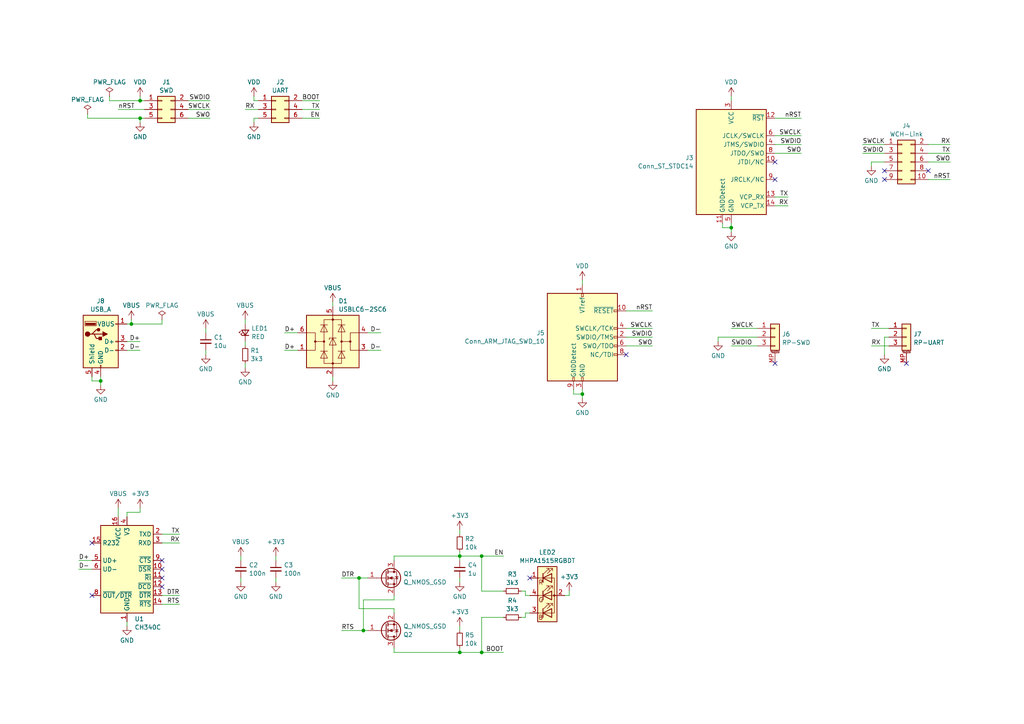
<source format=kicad_sch>
(kicad_sch (version 20230121) (generator eeschema)
  (paper "A4")
  (lib_symbols
    (symbol "Connector:Conn_ARM_JTAG_SWD_10" (pin_names (offset 1.016))
      (property "Reference" "J" (at -2.54 16.51 0))
      (property "Value" "Conn_ARM_JTAG_SWD_10" (at -2.54 13.97 0))
      (symbol "Conn_ARM_JTAG_SWD_10_0_1"
        (rectangle (start -10.16 12.7) (end 10.16 -12.7) (stroke (width 0.254)) (fill (type background)))
        (rectangle (start -2.794 -12.7) (end -2.286 -11.684))
        (rectangle (start -0.254 -12.7) (end 0.254 -11.684))
        (rectangle (start -0.254 12.7) (end 0.254 11.684))
        (rectangle (start 9.144 2.286) (end 10.16 2.794))
        (rectangle (start 10.16 -2.794) (end 9.144 -2.286))
        (rectangle (start 10.16 -0.254) (end 9.144 0.254))
        (rectangle (start 10.16 7.874) (end 9.144 7.366))
      )
      (symbol "Conn_ARM_JTAG_SWD_10_1_1"
        (rectangle (start 9.144 -5.334) (end 10.16 -4.826))
        (pin power_in line (at 0 15.24 270) (length 2.54) (name "VTref") (number "1"))
        (pin open_collector line (at 12.7 7.62 180) (length 2.54) (name "~{RESET}") (number "10"))
        (pin bidirectional line (at 12.7 0 180) (length 2.54) (name "SWDIO/TMS") (number "2"))
        (pin power_in line (at 0 -15.24 90) (length 2.54) (name "GND") (number "3"))
        (pin output line (at 12.7 2.54 180) (length 2.54) (name "SWCLK/TCK") (number "4"))
        (pin passive line (at 0 -15.24 90) (length 2.54) hide (name "GND") (number "5"))
        (pin input line (at 12.7 -2.54 180) (length 2.54) (name "SWO/TDO") (number "6"))
        (pin no_connect line (at -10.16 0 0) (length 2.54) hide (name "KEY") (number "7"))
        (pin output line (at 12.7 -5.08 180) (length 2.54) (name "NC/TDI") (number "8"))
        (pin passive line (at -2.54 -15.24 90) (length 2.54) (name "GNDDetect") (number "9"))
      )
    )
    (symbol "Connector:Conn_ST_STDC14"
      (property "Reference" "J" (at -8.89 16.51 0))
      (property "Value" "Conn_ST_STDC14" (at 17.78 16.51 0))
      (symbol "Conn_ST_STDC14_0_1"
        (rectangle (start -10.16 15.24) (end 10.16 -15.24) (stroke (width 0.254)) (fill (type background)))
      )
      (symbol "Conn_ST_STDC14_1_1"
        (pin no_connect line (at -10.16 5.08 0) (length 2.54) hide (name "NC") (number "1"))
        (pin output line (at 12.7 0 180) (length 2.54) (name "JTDI/NC") (number "10"))
        (pin passive line (at -2.54 -17.78 90) (length 2.54) (name "GNDDetect") (number "11"))
        (pin open_collector line (at 12.7 12.7 180) (length 2.54) (name "~{RST}") (number "12"))
        (pin output line (at 12.7 -10.16 180) (length 2.54) (name "VCP_RX") (number "13"))
        (pin input line (at 12.7 -12.7 180) (length 2.54) (name "VCP_TX") (number "14"))
        (pin no_connect line (at -10.16 2.54 0) (length 2.54) hide (name "NC") (number "2"))
        (pin power_in line (at 0 17.78 270) (length 2.54) (name "VCC") (number "3"))
        (pin bidirectional line (at 12.7 5.08 180) (length 2.54) (name "JTMS/SWDIO") (number "4"))
        (pin power_in line (at 0 -17.78 90) (length 2.54) (name "GND") (number "5"))
        (pin output line (at 12.7 7.62 180) (length 2.54) (name "JCLK/SWCLK") (number "6"))
        (pin passive line (at 0 -17.78 90) (length 2.54) hide (name "GND") (number "7"))
        (pin input line (at 12.7 2.54 180) (length 2.54) (name "JTDO/SWO") (number "8"))
        (pin input line (at 12.7 -5.08 180) (length 2.54) (name "JRCLK/NC") (number "9"))
      )
    )
    (symbol "Connector:USB_A" (pin_names (offset 1.016))
      (property "Reference" "J" (at -5.08 11.43 0))
      (property "Value" "USB_A" (at -5.08 8.89 0))
      (symbol "USB_A_0_1"
        (rectangle (start -5.08 -7.62) (end 5.08 7.62) (stroke (width 0.254)) (fill (type background)))
        (circle (center -3.81 2.159) (radius 0.635) (stroke (width 0.254)) (fill (type outline)))
        (rectangle (start -1.524 4.826) (end -4.318 5.334) (fill (type outline)))
        (rectangle (start -1.27 4.572) (end -4.572 5.842))
        (circle (center -0.635 3.429) (radius 0.381) (stroke (width 0.254)) (fill (type outline)))
        (rectangle (start -0.127 -7.62) (end 0.127 -6.858))
        (polyline (pts (xy -3.175 2.159) (xy -2.54 2.159) (xy -1.27 3.429) (xy -0.635 3.429)) (stroke (width 0.254)))
        (polyline (pts (xy -2.54 2.159) (xy -1.905 2.159) (xy -1.27 0.889) (xy 0 0.889)) (stroke (width 0.254)))
        (polyline (pts (xy 0.635 2.794) (xy 0.635 1.524) (xy 1.905 2.159) (xy 0.635 2.794)) (stroke (width 0.254)) (fill (type outline)))
        (rectangle (start 0.254 1.27) (end -0.508 0.508) (stroke (width 0.254)) (fill (type outline)))
        (rectangle (start 5.08 -2.667) (end 4.318 -2.413))
        (rectangle (start 5.08 -0.127) (end 4.318 0.127))
        (rectangle (start 5.08 4.953) (end 4.318 5.207))
      )
      (symbol "USB_A_1_1"
        (polyline (pts (xy -1.905 2.159) (xy 0.635 2.159)) (stroke (width 0.254)))
        (pin power_in line (at 7.62 5.08 180) (length 2.54) (name "VBUS") (number "1"))
        (pin bidirectional line (at 7.62 -2.54 180) (length 2.54) (name "D-") (number "2"))
        (pin bidirectional line (at 7.62 0 180) (length 2.54) (name "D+") (number "3"))
        (pin power_in line (at 0 -10.16 90) (length 2.54) (name "GND") (number "4"))
        (pin passive line (at -2.54 -10.16 90) (length 2.54) (name "Shield") (number "5"))
      )
    )
    (symbol "Connector_Generic:Conn_02x03_Odd_Even" (pin_names (offset 1.016) hide)
      (property "Reference" "J" (at 1.27 5.08 0))
      (property "Value" "Conn_02x03_Odd_Even" (at 1.27 -5.08 0))
      (symbol "Conn_02x03_Odd_Even_1_1"
        (rectangle (start -1.27 -2.413) (end 0 -2.667) (stroke (width 0.1524)))
        (rectangle (start -1.27 0.127) (end 0 -0.127) (stroke (width 0.1524)))
        (rectangle (start -1.27 2.667) (end 0 2.413) (stroke (width 0.1524)))
        (rectangle (start -1.27 3.81) (end 3.81 -3.81) (stroke (width 0.254)) (fill (type background)))
        (rectangle (start 3.81 -2.413) (end 2.54 -2.667) (stroke (width 0.1524)))
        (rectangle (start 3.81 0.127) (end 2.54 -0.127) (stroke (width 0.1524)))
        (rectangle (start 3.81 2.667) (end 2.54 2.413) (stroke (width 0.1524)))
        (pin passive line (at -5.08 2.54 0) (length 3.81) (name "Pin_1") (number "1"))
        (pin passive line (at 7.62 2.54 180) (length 3.81) (name "Pin_2") (number "2"))
        (pin passive line (at -5.08 0 0) (length 3.81) (name "Pin_3") (number "3"))
        (pin passive line (at 7.62 0 180) (length 3.81) (name "Pin_4") (number "4"))
        (pin passive line (at -5.08 -2.54 0) (length 3.81) (name "Pin_5") (number "5"))
        (pin passive line (at 7.62 -2.54 180) (length 3.81) (name "Pin_6") (number "6"))
      )
    )
    (symbol "Connector_Generic:Conn_02x05_Odd_Even" (pin_names (offset 1.016) hide)
      (property "Reference" "J" (at 1.27 7.62 0))
      (property "Value" "Conn_02x05_Odd_Even" (at 1.27 -7.62 0))
      (symbol "Conn_02x05_Odd_Even_1_1"
        (rectangle (start -1.27 -4.953) (end 0 -5.207) (stroke (width 0.1524)))
        (rectangle (start -1.27 -2.413) (end 0 -2.667) (stroke (width 0.1524)))
        (rectangle (start -1.27 0.127) (end 0 -0.127) (stroke (width 0.1524)))
        (rectangle (start -1.27 2.667) (end 0 2.413) (stroke (width 0.1524)))
        (rectangle (start -1.27 5.207) (end 0 4.953) (stroke (width 0.1524)))
        (rectangle (start -1.27 6.35) (end 3.81 -6.35) (stroke (width 0.254)) (fill (type background)))
        (rectangle (start 3.81 -4.953) (end 2.54 -5.207) (stroke (width 0.1524)))
        (rectangle (start 3.81 -2.413) (end 2.54 -2.667) (stroke (width 0.1524)))
        (rectangle (start 3.81 0.127) (end 2.54 -0.127) (stroke (width 0.1524)))
        (rectangle (start 3.81 2.667) (end 2.54 2.413) (stroke (width 0.1524)))
        (rectangle (start 3.81 5.207) (end 2.54 4.953) (stroke (width 0.1524)))
        (pin passive line (at -5.08 5.08 0) (length 3.81) (name "Pin_1") (number "1"))
        (pin passive line (at 7.62 -5.08 180) (length 3.81) (name "Pin_10") (number "10"))
        (pin passive line (at 7.62 5.08 180) (length 3.81) (name "Pin_2") (number "2"))
        (pin passive line (at -5.08 2.54 0) (length 3.81) (name "Pin_3") (number "3"))
        (pin passive line (at 7.62 2.54 180) (length 3.81) (name "Pin_4") (number "4"))
        (pin passive line (at -5.08 0 0) (length 3.81) (name "Pin_5") (number "5"))
        (pin passive line (at 7.62 0 180) (length 3.81) (name "Pin_6") (number "6"))
        (pin passive line (at -5.08 -2.54 0) (length 3.81) (name "Pin_7") (number "7"))
        (pin passive line (at 7.62 -2.54 180) (length 3.81) (name "Pin_8") (number "8"))
        (pin passive line (at -5.08 -5.08 0) (length 3.81) (name "Pin_9") (number "9"))
      )
    )
    (symbol "Connector_Generic_MountingPin:Conn_01x03_MountingPin" (pin_names (offset 1.016) hide)
      (property "Reference" "J" (at 0 5.08 0))
      (property "Value" "Conn_01x03_MountingPin" (at 1.27 -5.08 0))
      (symbol "Conn_01x03_MountingPin_1_1"
        (rectangle (start -1.27 -2.413) (end 0 -2.667) (stroke (width 0.1524)))
        (rectangle (start -1.27 0.127) (end 0 -0.127) (stroke (width 0.1524)))
        (rectangle (start -1.27 2.667) (end 0 2.413) (stroke (width 0.1524)))
        (rectangle (start -1.27 3.81) (end 1.27 -3.81) (stroke (width 0.254)) (fill (type background)))
        (polyline (pts (xy -1.016 -4.572) (xy 1.016 -4.572)) (stroke (width 0.1524)))
        (text "Mounting" (at 0 -4.191 0) (effects (font (size 0.381 0.381))))
        (pin passive line (at -5.08 2.54 0) (length 3.81) (name "Pin_1") (number "1"))
        (pin passive line (at -5.08 0 0) (length 3.81) (name "Pin_2") (number "2"))
        (pin passive line (at -5.08 -2.54 0) (length 3.81) (name "Pin_3") (number "3"))
        (pin passive line (at 0 -7.62 90) (length 3.048) (name "MountPin") (number "MP"))
      )
    )
    (symbol "Device:C_Small" (pin_numbers hide) (pin_names (offset 0.254) hide)
      (property "Reference" "C" (at 0.254 1.778 0))
      (property "Value" "C_Small" (at 0.254 -2.032 0))
      (symbol "C_Small_0_1"
        (polyline (pts (xy -1.524 -0.508) (xy 1.524 -0.508)) (stroke (width 0.3302)))
        (polyline (pts (xy -1.524 0.508) (xy 1.524 0.508)) (stroke (width 0.3048)))
      )
      (symbol "C_Small_1_1"
        (pin passive line (at 0 2.54 270) (length 2.032) (name "~") (number "1"))
        (pin passive line (at 0 -2.54 90) (length 2.032) (name "~") (number "2"))
      )
    )
    (symbol "Device:LED_RABG" (pin_names (offset 0) hide)
      (property "Reference" "D" (at 0 9.398 0))
      (property "Value" "LED_RABG" (at 0 -8.89 0))
      (symbol "LED_RABG_0_0"
        (text "B" (at -1.905 -6.35 0) (effects (font (size 1.27 1.27))))
        (text "G" (at -1.905 -1.27 0) (effects (font (size 1.27 1.27))))
        (text "R" (at -1.905 3.81 0) (effects (font (size 1.27 1.27))))
      )
      (symbol "LED_RABG_0_1"
        (polyline (pts (xy -1.27 -5.08) (xy -2.54 -5.08)))
        (polyline (pts (xy -1.27 -5.08) (xy 1.27 -5.08)))
        (polyline (pts (xy -1.27 -3.81) (xy -1.27 -6.35)) (stroke (width 0.254)))
        (polyline (pts (xy -1.27 0) (xy -2.54 0)))
        (polyline (pts (xy -1.27 1.27) (xy -1.27 -1.27)) (stroke (width 0.254)))
        (polyline (pts (xy -1.27 5.08) (xy -2.54 5.08)))
        (polyline (pts (xy -1.27 5.08) (xy 1.27 5.08)))
        (polyline (pts (xy -1.27 6.35) (xy -1.27 3.81)) (stroke (width 0.254)))
        (polyline (pts (xy 1.27 0) (xy -1.27 0)))
        (polyline (pts (xy 1.27 0) (xy 2.54 0)))
        (polyline (pts (xy -1.27 1.27) (xy -1.27 -1.27) (xy -1.27 -1.27)))
        (polyline (pts (xy -1.27 6.35) (xy -1.27 3.81) (xy -1.27 3.81)))
        (polyline (pts (xy 1.27 -5.08) (xy 2.032 -5.08) (xy 2.032 5.08) (xy 1.27 5.08)))
        (polyline (pts (xy 1.27 -3.81) (xy 1.27 -6.35) (xy -1.27 -5.08) (xy 1.27 -3.81)) (stroke (width 0.254)))
        (polyline (pts (xy 1.27 1.27) (xy 1.27 -1.27) (xy -1.27 0) (xy 1.27 1.27)) (stroke (width 0.254)))
        (polyline (pts (xy 1.27 6.35) (xy 1.27 3.81) (xy -1.27 5.08) (xy 1.27 6.35)) (stroke (width 0.254)))
        (polyline (pts (xy -1.016 -3.81) (xy 0.508 -2.286) (xy -0.254 -2.286) (xy 0.508 -2.286) (xy 0.508 -3.048)))
        (polyline (pts (xy -1.016 1.27) (xy 0.508 2.794) (xy -0.254 2.794) (xy 0.508 2.794) (xy 0.508 2.032)))
        (polyline (pts (xy -1.016 6.35) (xy 0.508 7.874) (xy -0.254 7.874) (xy 0.508 7.874) (xy 0.508 7.112)))
        (polyline (pts (xy 0 -3.81) (xy 1.524 -2.286) (xy 0.762 -2.286) (xy 1.524 -2.286) (xy 1.524 -3.048)))
        (polyline (pts (xy 0 1.27) (xy 1.524 2.794) (xy 0.762 2.794) (xy 1.524 2.794) (xy 1.524 2.032)))
        (polyline (pts (xy 0 6.35) (xy 1.524 7.874) (xy 0.762 7.874) (xy 1.524 7.874) (xy 1.524 7.112)))
        (rectangle (start 1.27 -1.27) (end 1.27 1.27))
        (rectangle (start 1.27 1.27) (end 1.27 1.27))
        (rectangle (start 1.27 3.81) (end 1.27 6.35))
        (rectangle (start 1.27 6.35) (end 1.27 6.35))
        (circle (center 2.032 0) (radius 0.254) (fill (type outline)))
        (rectangle (start 2.794 8.382) (end -2.794 -7.62) (stroke (width 0.254)) (fill (type background)))
      )
      (symbol "LED_RABG_1_1"
        (pin passive line (at -5.08 5.08 0) (length 2.54) (name "RK") (number "1"))
        (pin passive line (at 5.08 0 180) (length 2.54) (name "A") (number "2"))
        (pin passive line (at -5.08 -5.08 0) (length 2.54) (name "BK") (number "3"))
        (pin passive line (at -5.08 0 0) (length 2.54) (name "GK") (number "4"))
      )
    )
    (symbol "Device:LED_Small" (pin_numbers hide) (pin_names (offset 0.254) hide)
      (property "Reference" "D" (at -1.27 3.175 0))
      (property "Value" "LED_Small" (at -4.445 -2.54 0))
      (symbol "LED_Small_0_1"
        (polyline (pts (xy -0.762 -1.016) (xy -0.762 1.016)) (stroke (width 0.254)))
        (polyline (pts (xy 1.016 0) (xy -0.762 0)))
        (polyline (pts (xy 0.762 -1.016) (xy -0.762 0) (xy 0.762 1.016) (xy 0.762 -1.016)) (stroke (width 0.254)))
        (polyline (pts (xy 0 0.762) (xy -0.508 1.27) (xy -0.254 1.27) (xy -0.508 1.27) (xy -0.508 1.016)))
        (polyline (pts (xy 0.508 1.27) (xy 0 1.778) (xy 0.254 1.778) (xy 0 1.778) (xy 0 1.524)))
      )
      (symbol "LED_Small_1_1"
        (pin passive line (at -2.54 0 0) (length 1.778) (name "K") (number "1"))
        (pin passive line (at 2.54 0 180) (length 1.778) (name "A") (number "2"))
      )
    )
    (symbol "Device:Q_NMOS_GSD" (pin_names (offset 0) hide)
      (property "Reference" "Q" (at 5.08 1.27 0))
      (property "Value" "Q_NMOS_GSD" (at 5.08 -1.27 0))
      (symbol "Q_NMOS_GSD_0_1"
        (polyline (pts (xy 0.254 0) (xy -2.54 0)))
        (polyline (pts (xy 0.254 1.905) (xy 0.254 -1.905)) (stroke (width 0.254)))
        (polyline (pts (xy 0.762 -1.27) (xy 0.762 -2.286)) (stroke (width 0.254)))
        (polyline (pts (xy 0.762 0.508) (xy 0.762 -0.508)) (stroke (width 0.254)))
        (polyline (pts (xy 0.762 2.286) (xy 0.762 1.27)) (stroke (width 0.254)))
        (polyline (pts (xy 2.54 2.54) (xy 2.54 1.778)))
        (polyline (pts (xy 2.54 -2.54) (xy 2.54 0) (xy 0.762 0)))
        (polyline (pts (xy 0.762 -1.778) (xy 3.302 -1.778) (xy 3.302 1.778) (xy 0.762 1.778)))
        (polyline (pts (xy 1.016 0) (xy 2.032 0.381) (xy 2.032 -0.381) (xy 1.016 0)) (fill (type outline)))
        (polyline (pts (xy 2.794 0.508) (xy 2.921 0.381) (xy 3.683 0.381) (xy 3.81 0.254)))
        (polyline (pts (xy 3.302 0.381) (xy 2.921 -0.254) (xy 3.683 -0.254) (xy 3.302 0.381)))
        (circle (center 1.651 0) (radius 2.794) (stroke (width 0.254)))
        (circle (center 2.54 -1.778) (radius 0.254) (fill (type outline)))
        (circle (center 2.54 1.778) (radius 0.254) (fill (type outline)))
      )
      (symbol "Q_NMOS_GSD_1_1"
        (pin input line (at -5.08 0 0) (length 2.54) (name "G") (number "1"))
        (pin passive line (at 2.54 -5.08 90) (length 2.54) (name "S") (number "2"))
        (pin passive line (at 2.54 5.08 270) (length 2.54) (name "D") (number "3"))
      )
    )
    (symbol "Device:R_Small" (pin_numbers hide) (pin_names (offset 0.254) hide)
      (property "Reference" "R" (at 0.762 0.508 0))
      (property "Value" "R_Small" (at 0.762 -1.016 0))
      (symbol "R_Small_0_1"
        (rectangle (start -0.762 1.778) (end 0.762 -1.778) (stroke (width 0.2032)))
      )
      (symbol "R_Small_1_1"
        (pin passive line (at 0 2.54 270) (length 0.762) (name "~") (number "1"))
        (pin passive line (at 0 -2.54 90) (length 0.762) (name "~") (number "2"))
      )
    )
    (symbol "Interface_USB:CH340C"
      (property "Reference" "U" (at -5.08 13.97 0))
      (property "Value" "CH340C" (at 1.27 13.97 0))
      (symbol "CH340C_0_1"
        (rectangle (start -7.62 12.7) (end 7.62 -12.7) (stroke (width 0.254)) (fill (type background)))
      )
      (symbol "CH340C_1_1"
        (pin power_in line (at 0 -15.24 90) (length 2.54) (name "GND") (number "1"))
        (pin input line (at 10.16 0 180) (length 2.54) (name "~{DSR}") (number "10"))
        (pin input line (at 10.16 -2.54 180) (length 2.54) (name "~{RI}") (number "11"))
        (pin input line (at 10.16 -5.08 180) (length 2.54) (name "~{DCD}") (number "12"))
        (pin output line (at 10.16 -7.62 180) (length 2.54) (name "~{DTR}") (number "13"))
        (pin output line (at 10.16 -10.16 180) (length 2.54) (name "~{RTS}") (number "14"))
        (pin input line (at -10.16 7.62 0) (length 2.54) (name "R232") (number "15"))
        (pin power_in line (at -2.54 15.24 270) (length 2.54) (name "VCC") (number "16"))
        (pin output line (at 10.16 10.16 180) (length 2.54) (name "TXD") (number "2"))
        (pin input line (at 10.16 7.62 180) (length 2.54) (name "RXD") (number "3"))
        (pin power_out line (at 0 15.24 270) (length 2.54) (name "V3") (number "4"))
        (pin bidirectional line (at -10.16 2.54 0) (length 2.54) (name "UD+") (number "5"))
        (pin bidirectional line (at -10.16 0 0) (length 2.54) (name "UD-") (number "6"))
        (pin no_connect line (at -7.62 -5.08 0) (length 2.54) hide (name "NC") (number "7"))
        (pin output line (at -10.16 -7.62 0) (length 2.54) (name "~{OUT}/~{DTR}") (number "8"))
        (pin input line (at 10.16 2.54 180) (length 2.54) (name "~{CTS}") (number "9"))
      )
    )
    (symbol "Power_Protection:USBLC6-2SC6" (pin_names hide)
      (property "Reference" "U" (at 2.54 8.89 0))
      (property "Value" "USBLC6-2SC6" (at 2.54 -8.89 0))
      (symbol "USBLC6-2SC6_0_1"
        (rectangle (start -7.62 -7.62) (end 7.62 7.62) (stroke (width 0.254)) (fill (type background)))
        (circle (center -5.08 0) (radius 0.254) (fill (type outline)))
        (circle (center -2.54 0) (radius 0.254) (fill (type outline)))
        (rectangle (start -2.54 6.35) (end 2.54 -6.35))
        (circle (center 0 -6.35) (radius 0.254) (fill (type outline)))
        (polyline (pts (xy -5.08 -2.54) (xy -7.62 -2.54)))
        (polyline (pts (xy -5.08 0) (xy -5.08 -2.54)))
        (polyline (pts (xy -5.08 2.54) (xy -7.62 2.54)))
        (polyline (pts (xy -1.524 -2.794) (xy -3.556 -2.794)))
        (polyline (pts (xy -1.524 4.826) (xy -3.556 4.826)))
        (polyline (pts (xy 0 -7.62) (xy 0 -6.35)))
        (polyline (pts (xy 0 -6.35) (xy 0 1.27)))
        (polyline (pts (xy 0 1.27) (xy 0 6.35)))
        (polyline (pts (xy 0 6.35) (xy 0 7.62)))
        (polyline (pts (xy 1.524 -2.794) (xy 3.556 -2.794)))
        (polyline (pts (xy 1.524 4.826) (xy 3.556 4.826)))
        (polyline (pts (xy 5.08 -2.54) (xy 7.62 -2.54)))
        (polyline (pts (xy 5.08 0) (xy 5.08 -2.54)))
        (polyline (pts (xy 5.08 2.54) (xy 7.62 2.54)))
        (polyline (pts (xy -2.54 0) (xy -5.08 0) (xy -5.08 2.54)))
        (polyline (pts (xy 2.54 0) (xy 5.08 0) (xy 5.08 2.54)))
        (polyline (pts (xy -3.556 -4.826) (xy -1.524 -4.826) (xy -2.54 -2.794) (xy -3.556 -4.826)))
        (polyline (pts (xy -3.556 2.794) (xy -1.524 2.794) (xy -2.54 4.826) (xy -3.556 2.794)))
        (polyline (pts (xy -1.016 -1.016) (xy 1.016 -1.016) (xy 0 1.016) (xy -1.016 -1.016)))
        (polyline (pts (xy 1.016 1.016) (xy 0.762 1.016) (xy -1.016 1.016) (xy -1.016 0.508)))
        (polyline (pts (xy 3.556 -4.826) (xy 1.524 -4.826) (xy 2.54 -2.794) (xy 3.556 -4.826)))
        (polyline (pts (xy 3.556 2.794) (xy 1.524 2.794) (xy 2.54 4.826) (xy 3.556 2.794)))
        (circle (center 0 6.35) (radius 0.254) (fill (type outline)))
        (circle (center 2.54 0) (radius 0.254) (fill (type outline)))
        (circle (center 5.08 0) (radius 0.254) (fill (type outline)))
      )
      (symbol "USBLC6-2SC6_1_1"
        (pin passive line (at -10.16 -2.54 0) (length 2.54) (name "I/O1") (number "1"))
        (pin passive line (at 0 -10.16 90) (length 2.54) (name "GND") (number "2"))
        (pin passive line (at 10.16 -2.54 180) (length 2.54) (name "I/O2") (number "3"))
        (pin passive line (at 10.16 2.54 180) (length 2.54) (name "I/O2") (number "4"))
        (pin passive line (at 0 10.16 270) (length 2.54) (name "VBUS") (number "5"))
        (pin passive line (at -10.16 2.54 0) (length 2.54) (name "I/O1") (number "6"))
      )
    )
    (symbol "power:+3V3" (power) (pin_names (offset 0))
      (property "Value" "+3V3" (at 0 3.556 0))
      (symbol "+3V3_0_1"
        (polyline (pts (xy -0.762 1.27) (xy 0 2.54)))
        (polyline (pts (xy 0 0) (xy 0 2.54)))
        (polyline (pts (xy 0 2.54) (xy 0.762 1.27)))
      )
      (symbol "+3V3_1_1"
        (pin power_in line (at 0 0 90) (length 0) hide (name "+3V3") (number "1"))
      )
    )
    (symbol "power:GND" (power) (pin_names (offset 0))
      (property "Value" "GND" (at 0 -3.81 0))
      (symbol "GND_0_1"
        (polyline (pts (xy 0 0) (xy 0 -1.27) (xy 1.27 -1.27) (xy 0 -2.54) (xy -1.27 -1.27) (xy 0 -1.27)))
      )
      (symbol "GND_1_1"
        (pin power_in line (at 0 0 270) (length 0) hide (name "GND") (number "1"))
      )
    )
    (symbol "power:PWR_FLAG" (power) (pin_numbers hide) (pin_names (offset 0) hide)
      (property "Value" "PWR_FLAG" (at 0 3.81 0))
      (symbol "PWR_FLAG_0_0"
        (pin power_out line (at 0 0 90) (length 0) (name "pwr") (number "1"))
      )
      (symbol "PWR_FLAG_0_1"
        (polyline (pts (xy 0 0) (xy 0 1.27) (xy -1.016 1.905) (xy 0 2.54) (xy 1.016 1.905) (xy 0 1.27)))
      )
    )
    (symbol "power:VBUS" (power) (pin_names (offset 0))
      (property "Value" "VBUS" (at 0 3.81 0))
      (symbol "VBUS_0_1"
        (polyline (pts (xy -0.762 1.27) (xy 0 2.54)))
        (polyline (pts (xy 0 0) (xy 0 2.54)))
        (polyline (pts (xy 0 2.54) (xy 0.762 1.27)))
      )
      (symbol "VBUS_1_1"
        (pin power_in line (at 0 0 90) (length 0) hide (name "VBUS") (number "1"))
      )
    )
    (symbol "power:VDD" (power) (pin_names (offset 0))
      (property "Value" "VDD" (at 0 3.81 0))
      (symbol "VDD_0_1"
        (polyline (pts (xy -0.762 1.27) (xy 0 2.54)))
        (polyline (pts (xy 0 0) (xy 0 2.54)))
        (polyline (pts (xy 0 2.54) (xy 0.762 1.27)))
      )
      (symbol "VDD_1_1"
        (pin power_in line (at 0 0 90) (length 0) hide (name "VDD") (number "1"))
      )
    )
  )
  (junction (at 212.09 66.04))
  (junction (at 29.21 110.49))
  (junction (at 168.91 114.3))
  (junction (at 133.35 161.29))
  (junction (at 40.64 34.29))
  (junction (at 104.14 167.64))
  (junction (at 139.7 161.29))
  (junction (at 105.41 182.88))
  (junction (at 38.1 93.98))
  (junction (at 40.64 29.21))
  (junction (at 133.35 189.23))
  (junction (at 139.7 189.23))
  (no_connect (at 153.67 167.64))
  (no_connect (at 256.54 49.53))
  (no_connect (at 262.89 105.41))
  (no_connect (at 181.61 102.87))
  (no_connect (at 256.54 52.07))
  (no_connect (at 224.79 46.99))
  (no_connect (at 46.99 170.18))
  (no_connect (at 26.67 157.48))
  (no_connect (at 224.79 105.41))
  (no_connect (at 46.99 165.1))
  (no_connect (at 46.99 167.64))
  (no_connect (at 269.24 49.53))
  (no_connect (at 46.99 162.56))
  (no_connect (at 224.79 52.07))
  (no_connect (at 26.67 172.72))
  (wire (pts (xy 96.52 109.22) (xy 96.52 110.49)))
  (wire (pts (xy 59.69 101.6) (xy 59.69 102.87)))
  (wire (pts (xy 181.61 100.33) (xy 189.23 100.33)))
  (wire (pts (xy 269.24 46.99) (xy 275.59 46.99)))
  (wire (pts (xy 224.79 59.69) (xy 228.6 59.69)))
  (wire (pts (xy 38.1 92.71) (xy 38.1 93.98)))
  (wire (pts (xy 224.79 34.29) (xy 232.41 34.29)))
  (wire (pts (xy 22.86 162.56) (xy 26.67 162.56)))
  (wire (pts (xy 73.66 29.21) (xy 74.93 29.21)))
  (wire (pts (xy 139.7 161.29) (xy 146.05 161.29)))
  (wire (pts (xy 224.79 44.45) (xy 232.41 44.45)))
  (wire (pts (xy 36.83 99.06) (xy 40.64 99.06)))
  (wire (pts (xy 133.35 160.02) (xy 133.35 161.29)))
  (wire (pts (xy 209.55 64.77) (xy 209.55 66.04)))
  (wire (pts (xy 71.12 31.75) (xy 74.93 31.75)))
  (wire (pts (xy 82.55 101.6) (xy 86.36 101.6)))
  (wire (pts (xy 146.05 171.45) (xy 139.7 171.45)))
  (wire (pts (xy 36.83 180.34) (xy 36.83 181.61)))
  (wire (pts (xy 208.28 97.79) (xy 219.71 97.79)))
  (wire (pts (xy 181.61 97.79) (xy 189.23 97.79)))
  (wire (pts (xy 114.3 173.99) (xy 114.3 172.72)))
  (wire (pts (xy 166.37 113.03) (xy 166.37 114.3)))
  (wire (pts (xy 36.83 101.6) (xy 40.64 101.6)))
  (wire (pts (xy 71.12 99.06) (xy 71.12 100.33)))
  (wire (pts (xy 165.1 171.45) (xy 165.1 172.72)))
  (wire (pts (xy 106.68 101.6) (xy 110.49 101.6)))
  (wire (pts (xy 224.79 41.91) (xy 232.41 41.91)))
  (wire (pts (xy 181.61 95.25) (xy 189.23 95.25)))
  (wire (pts (xy 151.13 179.07) (xy 152.4 179.07)))
  (wire (pts (xy 38.1 93.98) (xy 46.99 93.98)))
  (wire (pts (xy 46.99 92.71) (xy 46.99 93.98)))
  (wire (pts (xy 29.21 110.49) (xy 29.21 111.76)))
  (wire (pts (xy 38.1 93.98) (xy 36.83 93.98)))
  (wire (pts (xy 46.99 157.48) (xy 52.07 157.48)))
  (wire (pts (xy 252.73 95.25) (xy 257.81 95.25)))
  (wire (pts (xy 73.66 34.29) (xy 74.93 34.29)))
  (wire (pts (xy 105.41 173.99) (xy 114.3 173.99)))
  (wire (pts (xy 71.12 92.71) (xy 71.12 93.98)))
  (wire (pts (xy 212.09 100.33) (xy 219.71 100.33)))
  (wire (pts (xy 208.28 99.06) (xy 208.28 97.79)))
  (wire (pts (xy 252.73 100.33) (xy 257.81 100.33)))
  (wire (pts (xy 54.61 29.21) (xy 60.96 29.21)))
  (wire (pts (xy 166.37 114.3) (xy 168.91 114.3)))
  (wire (pts (xy 212.09 66.04) (xy 212.09 67.31)))
  (wire (pts (xy 87.63 34.29) (xy 92.71 34.29)))
  (wire (pts (xy 25.4 33.02) (xy 25.4 34.29)))
  (wire (pts (xy 73.66 35.56) (xy 73.66 34.29)))
  (wire (pts (xy 59.69 95.25) (xy 59.69 96.52)))
  (wire (pts (xy 106.68 96.52) (xy 110.49 96.52)))
  (wire (pts (xy 36.83 148.59) (xy 40.64 148.59)))
  (wire (pts (xy 25.4 34.29) (xy 40.64 34.29)))
  (wire (pts (xy 256.54 97.79) (xy 257.81 97.79)))
  (wire (pts (xy 133.35 153.67) (xy 133.35 154.94)))
  (wire (pts (xy 105.41 182.88) (xy 105.41 173.99)))
  (wire (pts (xy 73.66 27.94) (xy 73.66 29.21)))
  (wire (pts (xy 252.73 46.99) (xy 256.54 46.99)))
  (wire (pts (xy 133.35 167.64) (xy 133.35 168.91)))
  (wire (pts (xy 106.68 182.88) (xy 105.41 182.88)))
  (wire (pts (xy 152.4 172.72) (xy 152.4 171.45)))
  (wire (pts (xy 114.3 162.56) (xy 114.3 161.29)))
  (wire (pts (xy 80.01 167.64) (xy 80.01 168.91)))
  (wire (pts (xy 114.3 187.96) (xy 114.3 189.23)))
  (wire (pts (xy 96.52 87.63) (xy 96.52 88.9)))
  (wire (pts (xy 250.19 44.45) (xy 256.54 44.45)))
  (wire (pts (xy 133.35 187.96) (xy 133.35 189.23)))
  (wire (pts (xy 71.12 105.41) (xy 71.12 106.68)))
  (wire (pts (xy 133.35 189.23) (xy 139.7 189.23)))
  (wire (pts (xy 152.4 177.8) (xy 152.4 179.07)))
  (wire (pts (xy 31.75 27.94) (xy 31.75 29.21)))
  (wire (pts (xy 133.35 161.29) (xy 133.35 162.56)))
  (wire (pts (xy 153.67 177.8) (xy 152.4 177.8)))
  (wire (pts (xy 87.63 31.75) (xy 92.71 31.75)))
  (wire (pts (xy 40.64 34.29) (xy 40.64 35.56)))
  (wire (pts (xy 168.91 81.28) (xy 168.91 82.55)))
  (wire (pts (xy 152.4 171.45) (xy 151.13 171.45)))
  (wire (pts (xy 54.61 34.29) (xy 60.96 34.29)))
  (wire (pts (xy 46.99 172.72) (xy 52.07 172.72)))
  (wire (pts (xy 80.01 161.29) (xy 80.01 162.56)))
  (wire (pts (xy 69.85 161.29) (xy 69.85 162.56)))
  (wire (pts (xy 269.24 52.07) (xy 275.59 52.07)))
  (wire (pts (xy 209.55 66.04) (xy 212.09 66.04)))
  (wire (pts (xy 168.91 114.3) (xy 168.91 115.57)))
  (wire (pts (xy 153.67 172.72) (xy 152.4 172.72)))
  (wire (pts (xy 29.21 109.22) (xy 29.21 110.49)))
  (wire (pts (xy 146.05 179.07) (xy 139.7 179.07)))
  (wire (pts (xy 69.85 167.64) (xy 69.85 168.91)))
  (wire (pts (xy 133.35 161.29) (xy 139.7 161.29)))
  (wire (pts (xy 139.7 161.29) (xy 139.7 171.45)))
  (wire (pts (xy 87.63 29.21) (xy 92.71 29.21)))
  (wire (pts (xy 250.19 41.91) (xy 256.54 41.91)))
  (wire (pts (xy 224.79 39.37) (xy 232.41 39.37)))
  (wire (pts (xy 114.3 176.53) (xy 104.14 176.53)))
  (wire (pts (xy 40.64 27.94) (xy 40.64 29.21)))
  (wire (pts (xy 26.67 110.49) (xy 29.21 110.49)))
  (wire (pts (xy 168.91 113.03) (xy 168.91 114.3)))
  (wire (pts (xy 46.99 175.26) (xy 52.07 175.26)))
  (wire (pts (xy 224.79 57.15) (xy 228.6 57.15)))
  (wire (pts (xy 212.09 27.94) (xy 212.09 29.21)))
  (wire (pts (xy 114.3 161.29) (xy 133.35 161.29)))
  (wire (pts (xy 139.7 189.23) (xy 146.05 189.23)))
  (wire (pts (xy 114.3 189.23) (xy 133.35 189.23)))
  (wire (pts (xy 22.86 165.1) (xy 26.67 165.1)))
  (wire (pts (xy 133.35 181.61) (xy 133.35 182.88)))
  (wire (pts (xy 99.06 182.88) (xy 105.41 182.88)))
  (wire (pts (xy 212.09 95.25) (xy 219.71 95.25)))
  (wire (pts (xy 104.14 176.53) (xy 104.14 167.64)))
  (wire (pts (xy 269.24 44.45) (xy 275.59 44.45)))
  (wire (pts (xy 252.73 48.26) (xy 252.73 46.99)))
  (wire (pts (xy 36.83 149.86) (xy 36.83 148.59)))
  (wire (pts (xy 40.64 29.21) (xy 41.91 29.21)))
  (wire (pts (xy 104.14 167.64) (xy 106.68 167.64)))
  (wire (pts (xy 31.75 29.21) (xy 40.64 29.21)))
  (wire (pts (xy 181.61 90.17) (xy 189.23 90.17)))
  (wire (pts (xy 54.61 31.75) (xy 60.96 31.75)))
  (wire (pts (xy 256.54 102.87) (xy 256.54 97.79)))
  (wire (pts (xy 139.7 179.07) (xy 139.7 189.23)))
  (wire (pts (xy 114.3 177.8) (xy 114.3 176.53)))
  (wire (pts (xy 269.24 41.91) (xy 275.59 41.91)))
  (wire (pts (xy 165.1 172.72) (xy 163.83 172.72)))
  (wire (pts (xy 82.55 96.52) (xy 86.36 96.52)))
  (wire (pts (xy 34.29 31.75) (xy 41.91 31.75)))
  (wire (pts (xy 34.29 147.32) (xy 34.29 149.86)))
  (wire (pts (xy 212.09 64.77) (xy 212.09 66.04)))
  (wire (pts (xy 40.64 147.32) (xy 40.64 148.59)))
  (wire (pts (xy 40.64 34.29) (xy 41.91 34.29)))
  (wire (pts (xy 26.67 109.22) (xy 26.67 110.49)))
  (wire (pts (xy 99.06 167.64) (xy 104.14 167.64)))
  (wire (pts (xy 46.99 154.94) (xy 52.07 154.94)))
  (label "SWO" (at 232.41 44.45 180))
  (label "SWCLK" (at 60.96 31.75 180))
  (label "EN" (at 92.71 34.29 180))
  (label "D+" (at 82.55 96.52 0))
  (label "TX" (at 92.71 31.75 180))
  (label "TX" (at 252.73 95.25 0))
  (label "SWDIO" (at 189.23 97.79 180))
  (label "RX" (at 228.6 59.69 180))
  (label "D-" (at 110.49 101.6 180))
  (label "TX" (at 52.07 154.94 180))
  (label "RTS" (at 99.06 182.88 0))
  (label "SWO" (at 189.23 100.33 180))
  (label "nRST" (at 232.41 34.29 180))
  (label "BOOT" (at 146.05 189.23 180))
  (label "D-" (at 110.49 96.52 180))
  (label "BOOT" (at 92.71 29.21 180))
  (label "RX" (at 71.12 31.75 0))
  (label "SWCLK" (at 212.09 95.25 0))
  (label "SWCLK" (at 232.41 39.37 180))
  (label "TX" (at 275.59 44.45 180))
  (label "RX" (at 252.73 100.33 0))
  (label "SWDIO" (at 250.19 44.45 0))
  (label "SWO" (at 275.59 46.99 180))
  (label "RTS" (at 52.07 175.26 180))
  (label "EN" (at 146.05 161.29 180))
  (label "TX" (at 228.6 57.15 180))
  (label "DTR" (at 52.07 172.72 180))
  (label "RX" (at 275.59 41.91 180))
  (label "D+" (at 22.86 162.56 0))
  (label "D+" (at 82.55 101.6 0))
  (label "DTR" (at 99.06 167.64 0))
  (label "SWO" (at 60.96 34.29 180))
  (label "SWCLK" (at 250.19 41.91 0))
  (label "SWCLK" (at 189.23 95.25 180))
  (label "RX" (at 52.07 157.48 180))
  (label "nRST" (at 189.23 90.17 180))
  (label "D-" (at 22.86 165.1 0))
  (label "nRST" (at 34.29 31.75 0))
  (label "D-" (at 40.64 101.6 180))
  (label "D+" (at 40.64 99.06 180))
  (label "nRST" (at 275.59 52.07 180))
  (label "SWDIO" (at 232.41 41.91 180))
  (label "SWDIO" (at 212.09 100.33 0))
  (label "SWDIO" (at 60.96 29.21 180))
  (symbol (lib_id "power:GND") (at 71.12 106.68 0) (unit 1)
    (property "Reference" "#PWR016" (effects hide))
    (property "Value" "GND" (at 71.12 110.8131 0))
  )
  (symbol (lib_id "power:+3V3") (at 80.01 161.29 0) (unit 1)
    (property "Reference" "#PWR024" (effects hide))
    (property "Value" "+3V3" (at 80.01 157.1569 0))
  )
  (symbol (lib_id "power:VBUS") (at 71.12 92.71 0) (unit 1)
    (property "Reference" "#PWR011" (effects hide))
    (property "Value" "VBUS" (at 71.12 88.5769 0))
  )
  (symbol (lib_id "power:VBUS") (at 34.29 147.32 0) (unit 1)
    (property "Reference" "#PWR020" (effects hide))
    (property "Value" "VBUS" (at 34.29 143.1869 0))
  )
  (symbol (lib_id "power:VDD") (at 73.66 27.94 0) (unit 1)
    (property "Reference" "#PWR02" (effects hide))
    (property "Value" "VDD" (at 73.66 23.8069 0))
  )
  (symbol (lib_id "power:VBUS") (at 69.85 161.29 0) (unit 1)
    (property "Reference" "#PWR023" (effects hide))
    (property "Value" "VBUS" (at 69.85 157.1569 0))
  )
  (symbol (lib_id "power:GND") (at 256.54 102.87 0) (unit 1)
    (property "Reference" "#PWR015" (effects hide))
    (property "Value" "GND" (at 256.54 107.0031 0))
  )
  (symbol (lib_id "power:+3V3") (at 133.35 181.61 0) (unit 1)
    (property "Reference" "#PWR030" (effects hide))
    (property "Value" "+3V3" (at 133.35 177.4769 0))
  )
  (symbol (lib_id "Connector:Conn_ARM_JTAG_SWD_10") (at 168.91 97.79 0) (unit 1)
    (property "Reference" "J5" (at 157.9881 96.5779 0) (effects (justify right)))
    (property "Value" "Conn_ARM_JTAG_SWD_10" (at 157.9881 99.0021 0) (effects (justify right)))
    (property "Footprint" "Connector_PinHeader_1.27mm:PinHeader_2x05_P1.27mm_Vertical" (effects hide))
    (property "Datasheet" "http://infocenter.arm.com/help/topic/com.arm.doc.ddi0314h/DDI0314H_coresight_components_trm.pdf" (effects hide))
  )
  (symbol (lib_id "power:VDD") (at 168.91 81.28 0) (unit 1)
    (property "Reference" "#PWR08" (effects hide))
    (property "Value" "VDD" (at 168.91 77.1469 0))
  )
  (symbol (lib_id "Device:R_Small") (at 133.35 185.42 0) (unit 1)
    (property "Reference" "R5" (at 134.8486 184.2079 0) (effects (justify left)))
    (property "Value" "10k" (at 134.8486 186.6321 0) (effects (justify left)))
    (property "Footprint" "Resistor_SMD:R_0402_1005Metric" (effects hide))
  )
  (symbol (lib_id "Connector_Generic:Conn_02x05_Odd_Even") (at 261.62 46.99 0) (unit 1)
    (property "Reference" "J4" (at 262.89 36.4957 0))
    (property "Value" "WCH-Link" (at 262.89 38.9199 0))
    (property "Footprint" "Connector_PinSocket_2.54mm:PinSocket_2x05_P2.54mm_Horizontal" (effects hide))
  )
  (symbol (lib_id "Connector:USB_A") (at 29.21 99.06 0) (unit 1)
    (property "Reference" "J8" (at 29.21 87.2957 0))
    (property "Value" "USB_A" (at 29.21 89.7199 0))
    (property "Footprint" "universal-tc2030:USB_A_Plug_PCB" (effects hide))
    (property "Datasheet" " ~" (effects hide))
  )
  (symbol (lib_id "Connector_Generic_MountingPin:Conn_01x03_MountingPin") (at 262.89 97.79 0) (unit 1)
    (property "Reference" "J7" (at 264.922 96.9335 0) (effects (justify left)))
    (property "Value" "RP-UART" (at 264.922 99.3577 0) (effects (justify left)))
    (property "Footprint" "Connector_JST:JST_SH_SM03B-SRSS-TB_1x03-1MP_P1.00mm_Horizontal" (effects hide))
  )
  (symbol (lib_id "power:+3V3") (at 165.1 171.45 0) (unit 1)
    (property "Reference" "#PWR028" (effects hide))
    (property "Value" "+3V3" (at 165.1 167.3169 0))
  )
  (symbol (lib_id "Device:R_Small") (at 133.35 157.48 0) (unit 1)
    (property "Reference" "R2" (at 134.8486 156.2679 0) (effects (justify left)))
    (property "Value" "10k" (at 134.8486 158.6921 0) (effects (justify left)))
    (property "Footprint" "Resistor_SMD:R_0402_1005Metric" (effects hide))
  )
  (symbol (lib_id "Device:R_Small") (at 148.59 171.45 90) (unit 1)
    (property "Reference" "R3" (at 148.59 166.5691 90))
    (property "Value" "3k3" (at 148.59 168.9933 90))
    (property "Footprint" "Resistor_SMD:R_0402_1005Metric" (effects hide))
  )
  (symbol (lib_id "Device:C_Small") (at 80.01 165.1 0) (unit 1)
    (property "Reference" "C3" (at 82.3341 163.8942 0) (effects (justify left)))
    (property "Value" "100n" (at 82.3341 166.3184 0) (effects (justify left)))
    (property "Footprint" "Capacitor_SMD:C_0805_2012Metric" (effects hide))
  )
  (symbol (lib_id "power:GND") (at 73.66 35.56 0) (unit 1)
    (property "Reference" "#PWR05" (effects hide))
    (property "Value" "GND" (at 73.66 39.6931 0))
  )
  (symbol (lib_id "power:GND") (at 36.83 181.61 0) (unit 1)
    (property "Reference" "#PWR029" (effects hide))
    (property "Value" "GND" (at 36.83 185.7431 0))
  )
  (symbol (lib_id "power:GND") (at 208.28 99.06 0) (unit 1)
    (property "Reference" "#PWR013" (effects hide))
    (property "Value" "GND" (at 208.28 103.1931 0))
  )
  (symbol (lib_id "power:GND") (at 40.64 35.56 0) (unit 1)
    (property "Reference" "#PWR04" (effects hide))
    (property "Value" "GND" (at 40.64 39.6931 0))
  )
  (symbol (lib_id "Device:LED_Small") (at 71.12 96.52 90) (unit 1)
    (property "Reference" "LED1" (at 72.898 95.2444 90) (effects (justify right)))
    (property "Value" "RED" (at 72.898 97.6686 90) (effects (justify right)))
    (property "Footprint" "LED_SMD:LED_0603_1608Metric" (effects hide))
  )
  (symbol (lib_id "Connector:Conn_ST_STDC14") (at 212.09 46.99 0) (unit 1)
    (property "Reference" "J3" (at 201.168 45.7779 0) (effects (justify right)))
    (property "Value" "Conn_ST_STDC14" (at 201.168 48.2021 0) (effects (justify right)))
    (property "Footprint" "Connector_PinHeader_1.27mm:PinHeader_2x07_P1.27mm_Vertical" (effects hide))
    (property "Datasheet" "https://www.st.com/content/ccc/resource/technical/document/user_manual/group1/99/49/91/b6/b2/3a/46/e5/DM00526767/files/DM00526767.pdf/jcr:content/translations/en.DM00526767.pdf" (effects hide))
  )
  (symbol (lib_id "Device:R_Small") (at 71.12 102.87 0) (unit 1)
    (property "Reference" "R1" (at 72.6186 101.6579 0) (effects (justify left)))
    (property "Value" "3k3" (at 72.6186 104.0821 0) (effects (justify left)))
    (property "Footprint" "Resistor_SMD:R_0402_1005Metric" (effects hide))
  )
  (symbol (lib_id "Connector_Generic:Conn_02x03_Odd_Even") (at 46.99 31.75 0) (unit 1)
    (property "Reference" "J1" (at 48.26 23.7957 0))
    (property "Value" "SWD" (at 48.26 26.2199 0))
    (property "Footprint" "Connector_IDC:IDC-Header_2x03_P2.54mm_Vertical" (effects hide))
  )
  (symbol (lib_id "Device:R_Small") (at 148.59 179.07 90) (unit 1)
    (property "Reference" "R4" (at 148.59 174.1891 90))
    (property "Value" "3k3" (at 148.59 176.6133 90))
    (property "Footprint" "Resistor_SMD:R_0402_1005Metric" (effects hide))
  )
  (symbol (lib_id "power:PWR_FLAG") (at 46.99 92.71 0) (unit 1)
    (property "Reference" "#FLG03" (effects hide))
    (property "Value" "PWR_FLAG" (at 46.99 88.5769 0))
  )
  (symbol (lib_id "power:GND") (at 96.52 110.49 0) (unit 1)
    (property "Reference" "#PWR017" (effects hide))
    (property "Value" "GND" (at 96.52 114.6231 0))
  )
  (symbol (lib_id "Device:LED_RABG") (at 158.75 172.72 0) (unit 1)
    (property "Reference" "LED2" (at 158.75 160.1937 0))
    (property "Value" "MHPA1515RGBDT" (at 158.75 162.6179 0))
    (property "Footprint" "universal-tc2030:LED_MEIHUA_MHPA1515RGBDT" (effects hide))
  )
  (symbol (lib_id "power:+3V3") (at 133.35 153.67 0) (unit 1)
    (property "Reference" "#PWR022" (effects hide))
    (property "Value" "+3V3" (at 133.35 149.5369 0))
  )
  (symbol (lib_id "power:VBUS") (at 59.69 95.25 0) (unit 1)
    (property "Reference" "#PWR012" (effects hide))
    (property "Value" "VBUS" (at 59.69 91.1169 0))
  )
  (symbol (lib_id "Device:Q_NMOS_GSD") (at 111.76 167.64 0) (unit 1)
    (property "Reference" "Q1" (at 116.967 166.4279 0) (effects (justify left)))
    (property "Value" "Q_NMOS_GSD" (at 116.967 168.8521 0) (effects (justify left)))
    (property "Footprint" "Package_TO_SOT_SMD:SOT-23" (effects hide))
  )
  (symbol (lib_id "power:+3V3") (at 40.64 147.32 0) (unit 1)
    (property "Reference" "#PWR021" (effects hide))
    (property "Value" "+3V3" (at 40.64 143.1869 0))
  )
  (symbol (lib_id "power:GND") (at 29.21 111.76 0) (unit 1)
    (property "Reference" "#PWR018" (effects hide))
    (property "Value" "GND" (at 29.21 115.8931 0))
  )
  (symbol (lib_id "Device:Q_NMOS_GSD") (at 111.76 182.88 0) (mirror x) (unit 1)
    (property "Reference" "Q2" (at 116.967 184.0921 0) (effects (justify left)))
    (property "Value" "Q_NMOS_GSD" (at 116.967 181.6679 0) (effects (justify left)))
    (property "Footprint" "Package_TO_SOT_SMD:SOT-23" (effects hide))
  )
  (symbol (lib_id "power:GND") (at 168.91 115.57 0) (unit 1)
    (property "Reference" "#PWR019" (effects hide))
    (property "Value" "GND" (at 168.91 119.7031 0))
  )
  (symbol (lib_id "power:GND") (at 59.69 102.87 0) (unit 1)
    (property "Reference" "#PWR014" (effects hide))
    (property "Value" "GND" (at 59.69 107.0031 0))
  )
  (symbol (lib_id "power:PWR_FLAG") (at 25.4 33.02 0) (unit 1)
    (property "Reference" "#FLG02" (effects hide))
    (property "Value" "PWR_FLAG" (at 25.4 28.8869 0))
  )
  (symbol (lib_id "Device:C_Small") (at 59.69 99.06 0) (unit 1)
    (property "Reference" "C1" (at 62.0141 97.8542 0) (effects (justify left)))
    (property "Value" "10u" (at 62.0141 100.2784 0) (effects (justify left)))
    (property "Footprint" "Capacitor_SMD:C_0805_2012Metric" (effects hide))
  )
  (symbol (lib_id "power:GND") (at 80.01 168.91 0) (unit 1)
    (property "Reference" "#PWR026" (effects hide))
    (property "Value" "GND" (at 80.01 173.0431 0))
  )
  (symbol (lib_id "Device:C_Small") (at 69.85 165.1 0) (unit 1)
    (property "Reference" "C2" (at 72.1741 163.8942 0) (effects (justify left)))
    (property "Value" "100n" (at 72.1741 166.3184 0) (effects (justify left)))
    (property "Footprint" "Capacitor_SMD:C_0805_2012Metric" (effects hide))
  )
  (symbol (lib_id "Power_Protection:USBLC6-2SC6") (at 96.52 99.06 0) (unit 1)
    (property "Reference" "D1" (at 98.1711 87.2957 0) (effects (justify left)))
    (property "Value" "USBLC6-2SC6" (at 98.1711 89.7199 0) (effects (justify left)))
    (property "Footprint" "Package_TO_SOT_SMD:SOT-23-6" (effects hide))
    (property "Datasheet" "https://www.st.com/resource/en/datasheet/usblc6-2.pdf" (effects hide))
  )
  (symbol (lib_id "power:GND") (at 133.35 168.91 0) (unit 1)
    (property "Reference" "#PWR027" (effects hide))
    (property "Value" "GND" (at 133.35 173.0431 0))
  )
  (symbol (lib_id "power:VBUS") (at 38.1 92.71 0) (unit 1)
    (property "Reference" "#PWR010" (effects hide))
    (property "Value" "VBUS" (at 38.1 88.5769 0))
  )
  (symbol (lib_id "power:PWR_FLAG") (at 31.75 27.94 0) (unit 1)
    (property "Reference" "#FLG01" (effects hide))
    (property "Value" "PWR_FLAG" (at 31.75 23.8069 0))
  )
  (symbol (lib_id "power:GND") (at 212.09 67.31 0) (unit 1)
    (property "Reference" "#PWR07" (effects hide))
    (property "Value" "GND" (at 212.09 71.4431 0))
  )
  (symbol (lib_id "Device:C_Small") (at 133.35 165.1 0) (unit 1)
    (property "Reference" "C4" (at 135.6741 163.8942 0) (effects (justify left)))
    (property "Value" "1u" (at 135.6741 166.3184 0) (effects (justify left)))
    (property "Footprint" "Capacitor_SMD:C_0805_2012Metric" (effects hide))
  )
  (symbol (lib_id "power:VDD") (at 212.09 27.94 0) (unit 1)
    (property "Reference" "#PWR03" (effects hide))
    (property "Value" "VDD" (at 212.09 23.8069 0))
  )
  (symbol (lib_id "Connector_Generic_MountingPin:Conn_01x03_MountingPin") (at 224.79 97.79 0) (unit 1)
    (property "Reference" "J6" (at 226.822 96.9335 0) (effects (justify left)))
    (property "Value" "RP-SWD" (at 226.822 99.3577 0) (effects (justify left)))
    (property "Footprint" "Connector_JST:JST_SH_SM03B-SRSS-TB_1x03-1MP_P1.00mm_Horizontal" (effects hide))
  )
  (symbol (lib_id "power:GND") (at 69.85 168.91 0) (unit 1)
    (property "Reference" "#PWR025" (effects hide))
    (property "Value" "GND" (at 69.85 173.0431 0))
  )
  (symbol (lib_id "Connector_Generic:Conn_02x03_Odd_Even") (at 80.01 31.75 0) (unit 1)
    (property "Reference" "J2" (at 81.28 23.7957 0))
    (property "Value" "UART" (at 81.28 26.2199 0))
    (property "Footprint" "Connector_IDC:IDC-Header_2x03_P2.54mm_Vertical" (effects hide))
  )
  (symbol (lib_id "Interface_USB:CH340C") (at 36.83 165.1 0) (unit 1)
    (property "Reference" "U1" (at 39.0241 179.5201 0) (effects (justify left)))
    (property "Value" "CH340C" (at 39.0241 181.9443 0) (effects (justify left)))
    (property "Footprint" "Package_SO:SOIC-16_3.9x9.9mm_P1.27mm" (effects hide))
    (property "Datasheet" "https://datasheet.lcsc.com/szlcsc/Jiangsu-Qin-Heng-CH340C_C84681.pdf" (effects hide))
  )
  (symbol (lib_id "power:VDD") (at 40.64 27.94 0) (unit 1)
    (property "Reference" "#PWR01" (effects hide))
    (property "Value" "VDD" (at 40.64 23.8069 0))
  )
  (symbol (lib_id "power:GND") (at 252.73 48.26 0) (unit 1)
    (property "Reference" "#PWR06" (effects hide))
    (property "Value" "GND" (at 252.73 52.3931 0))
  )
  (symbol (lib_id "power:VBUS") (at 96.52 87.63 0) (unit 1)
    (property "Reference" "#PWR09" (effects hide))
    (property "Value" "VBUS" (at 96.52 83.4969 0))
  )
)
</source>
